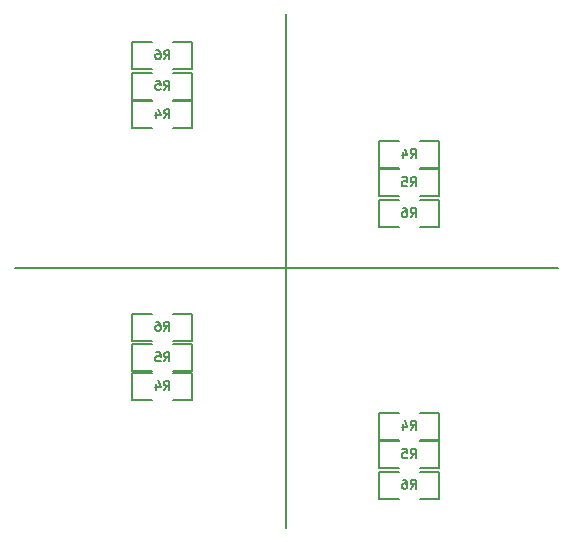
<source format=gbo>
G04 (created by PCBNEW (2013-may-18)-stable) date Сб 21 ноя 2015 22:02:29*
%MOIN*%
G04 Gerber Fmt 3.4, Leading zero omitted, Abs format*
%FSLAX34Y34*%
G01*
G70*
G90*
G04 APERTURE LIST*
%ADD10C,0.00590551*%
%ADD11C,0.00787402*%
%ADD12C,0.005*%
G04 APERTURE END LIST*
G54D10*
G54D11*
X35236Y-14173D02*
X35236Y-31299D01*
X26181Y-22637D02*
X44291Y-22637D01*
G54D12*
X40320Y-29422D02*
X40320Y-30322D01*
X40320Y-30322D02*
X39670Y-30322D01*
X38970Y-29422D02*
X38320Y-29422D01*
X38320Y-29422D02*
X38320Y-30322D01*
X38320Y-30322D02*
X38970Y-30322D01*
X39670Y-29422D02*
X40320Y-29422D01*
X40320Y-28398D02*
X40320Y-29298D01*
X40320Y-29298D02*
X39670Y-29298D01*
X38970Y-28398D02*
X38320Y-28398D01*
X38320Y-28398D02*
X38320Y-29298D01*
X38320Y-29298D02*
X38970Y-29298D01*
X39670Y-28398D02*
X40320Y-28398D01*
X40320Y-27453D02*
X40320Y-28353D01*
X40320Y-28353D02*
X39670Y-28353D01*
X38970Y-27453D02*
X38320Y-27453D01*
X38320Y-27453D02*
X38320Y-28353D01*
X38320Y-28353D02*
X38970Y-28353D01*
X39670Y-27453D02*
X40320Y-27453D01*
X40320Y-18398D02*
X40320Y-19298D01*
X40320Y-19298D02*
X39670Y-19298D01*
X38970Y-18398D02*
X38320Y-18398D01*
X38320Y-18398D02*
X38320Y-19298D01*
X38320Y-19298D02*
X38970Y-19298D01*
X39670Y-18398D02*
X40320Y-18398D01*
X40320Y-19343D02*
X40320Y-20243D01*
X40320Y-20243D02*
X39670Y-20243D01*
X38970Y-19343D02*
X38320Y-19343D01*
X38320Y-19343D02*
X38320Y-20243D01*
X38320Y-20243D02*
X38970Y-20243D01*
X39670Y-19343D02*
X40320Y-19343D01*
X40320Y-20366D02*
X40320Y-21266D01*
X40320Y-21266D02*
X39670Y-21266D01*
X38970Y-20366D02*
X38320Y-20366D01*
X38320Y-20366D02*
X38320Y-21266D01*
X38320Y-21266D02*
X38970Y-21266D01*
X39670Y-20366D02*
X40320Y-20366D01*
X30102Y-25056D02*
X30102Y-24156D01*
X30102Y-24156D02*
X30752Y-24156D01*
X31452Y-25056D02*
X32102Y-25056D01*
X32102Y-25056D02*
X32102Y-24156D01*
X32102Y-24156D02*
X31452Y-24156D01*
X30752Y-25056D02*
X30102Y-25056D01*
X30102Y-26079D02*
X30102Y-25179D01*
X30102Y-25179D02*
X30752Y-25179D01*
X31452Y-26079D02*
X32102Y-26079D01*
X32102Y-26079D02*
X32102Y-25179D01*
X32102Y-25179D02*
X31452Y-25179D01*
X30752Y-26079D02*
X30102Y-26079D01*
X30102Y-27024D02*
X30102Y-26124D01*
X30102Y-26124D02*
X30752Y-26124D01*
X31452Y-27024D02*
X32102Y-27024D01*
X32102Y-27024D02*
X32102Y-26124D01*
X32102Y-26124D02*
X31452Y-26124D01*
X30752Y-27024D02*
X30102Y-27024D01*
X30102Y-17969D02*
X30102Y-17069D01*
X30102Y-17069D02*
X30752Y-17069D01*
X31452Y-17969D02*
X32102Y-17969D01*
X32102Y-17969D02*
X32102Y-17069D01*
X32102Y-17069D02*
X31452Y-17069D01*
X30752Y-17969D02*
X30102Y-17969D01*
X30102Y-17024D02*
X30102Y-16124D01*
X30102Y-16124D02*
X30752Y-16124D01*
X31452Y-17024D02*
X32102Y-17024D01*
X32102Y-17024D02*
X32102Y-16124D01*
X32102Y-16124D02*
X31452Y-16124D01*
X30752Y-17024D02*
X30102Y-17024D01*
X30102Y-16001D02*
X30102Y-15101D01*
X30102Y-15101D02*
X30752Y-15101D01*
X31452Y-16001D02*
X32102Y-16001D01*
X32102Y-16001D02*
X32102Y-15101D01*
X32102Y-15101D02*
X31452Y-15101D01*
X30752Y-16001D02*
X30102Y-16001D01*
X39370Y-29993D02*
X39470Y-29850D01*
X39542Y-29993D02*
X39542Y-29693D01*
X39428Y-29693D01*
X39399Y-29707D01*
X39385Y-29722D01*
X39370Y-29750D01*
X39370Y-29793D01*
X39385Y-29822D01*
X39399Y-29836D01*
X39428Y-29850D01*
X39542Y-29850D01*
X39113Y-29693D02*
X39170Y-29693D01*
X39199Y-29707D01*
X39213Y-29722D01*
X39242Y-29764D01*
X39256Y-29822D01*
X39256Y-29936D01*
X39242Y-29964D01*
X39228Y-29979D01*
X39199Y-29993D01*
X39142Y-29993D01*
X39113Y-29979D01*
X39099Y-29964D01*
X39085Y-29936D01*
X39085Y-29864D01*
X39099Y-29836D01*
X39113Y-29822D01*
X39142Y-29807D01*
X39199Y-29807D01*
X39228Y-29822D01*
X39242Y-29836D01*
X39256Y-29864D01*
X39370Y-28969D02*
X39470Y-28826D01*
X39542Y-28969D02*
X39542Y-28669D01*
X39428Y-28669D01*
X39399Y-28684D01*
X39385Y-28698D01*
X39370Y-28726D01*
X39370Y-28769D01*
X39385Y-28798D01*
X39399Y-28812D01*
X39428Y-28826D01*
X39542Y-28826D01*
X39099Y-28669D02*
X39242Y-28669D01*
X39256Y-28812D01*
X39242Y-28798D01*
X39213Y-28784D01*
X39142Y-28784D01*
X39113Y-28798D01*
X39099Y-28812D01*
X39085Y-28841D01*
X39085Y-28912D01*
X39099Y-28941D01*
X39113Y-28955D01*
X39142Y-28969D01*
X39213Y-28969D01*
X39242Y-28955D01*
X39256Y-28941D01*
X39370Y-28024D02*
X39470Y-27882D01*
X39542Y-28024D02*
X39542Y-27724D01*
X39428Y-27724D01*
X39399Y-27739D01*
X39385Y-27753D01*
X39370Y-27782D01*
X39370Y-27824D01*
X39385Y-27853D01*
X39399Y-27867D01*
X39428Y-27882D01*
X39542Y-27882D01*
X39113Y-27824D02*
X39113Y-28024D01*
X39185Y-27710D02*
X39256Y-27924D01*
X39070Y-27924D01*
X39370Y-18969D02*
X39470Y-18826D01*
X39542Y-18969D02*
X39542Y-18669D01*
X39428Y-18669D01*
X39399Y-18684D01*
X39385Y-18698D01*
X39370Y-18726D01*
X39370Y-18769D01*
X39385Y-18798D01*
X39399Y-18812D01*
X39428Y-18826D01*
X39542Y-18826D01*
X39113Y-18769D02*
X39113Y-18969D01*
X39185Y-18655D02*
X39256Y-18869D01*
X39070Y-18869D01*
X39370Y-19914D02*
X39470Y-19771D01*
X39542Y-19914D02*
X39542Y-19614D01*
X39428Y-19614D01*
X39399Y-19629D01*
X39385Y-19643D01*
X39370Y-19671D01*
X39370Y-19714D01*
X39385Y-19743D01*
X39399Y-19757D01*
X39428Y-19771D01*
X39542Y-19771D01*
X39099Y-19614D02*
X39242Y-19614D01*
X39256Y-19757D01*
X39242Y-19743D01*
X39213Y-19729D01*
X39142Y-19729D01*
X39113Y-19743D01*
X39099Y-19757D01*
X39085Y-19786D01*
X39085Y-19857D01*
X39099Y-19886D01*
X39113Y-19900D01*
X39142Y-19914D01*
X39213Y-19914D01*
X39242Y-19900D01*
X39256Y-19886D01*
X39370Y-20938D02*
X39470Y-20795D01*
X39542Y-20938D02*
X39542Y-20638D01*
X39428Y-20638D01*
X39399Y-20652D01*
X39385Y-20666D01*
X39370Y-20695D01*
X39370Y-20738D01*
X39385Y-20766D01*
X39399Y-20781D01*
X39428Y-20795D01*
X39542Y-20795D01*
X39113Y-20638D02*
X39170Y-20638D01*
X39199Y-20652D01*
X39213Y-20666D01*
X39242Y-20709D01*
X39256Y-20766D01*
X39256Y-20881D01*
X39242Y-20909D01*
X39228Y-20924D01*
X39199Y-20938D01*
X39142Y-20938D01*
X39113Y-20924D01*
X39099Y-20909D01*
X39085Y-20881D01*
X39085Y-20809D01*
X39099Y-20781D01*
X39113Y-20766D01*
X39142Y-20752D01*
X39199Y-20752D01*
X39228Y-20766D01*
X39242Y-20781D01*
X39256Y-20809D01*
X31152Y-24727D02*
X31252Y-24584D01*
X31323Y-24727D02*
X31323Y-24427D01*
X31209Y-24427D01*
X31180Y-24442D01*
X31166Y-24456D01*
X31152Y-24484D01*
X31152Y-24527D01*
X31166Y-24556D01*
X31180Y-24570D01*
X31209Y-24584D01*
X31323Y-24584D01*
X30895Y-24427D02*
X30952Y-24427D01*
X30980Y-24442D01*
X30995Y-24456D01*
X31023Y-24499D01*
X31038Y-24556D01*
X31038Y-24670D01*
X31023Y-24699D01*
X31009Y-24713D01*
X30980Y-24727D01*
X30923Y-24727D01*
X30895Y-24713D01*
X30880Y-24699D01*
X30866Y-24670D01*
X30866Y-24599D01*
X30880Y-24570D01*
X30895Y-24556D01*
X30923Y-24542D01*
X30980Y-24542D01*
X31009Y-24556D01*
X31023Y-24570D01*
X31038Y-24599D01*
X31152Y-25751D02*
X31252Y-25608D01*
X31323Y-25751D02*
X31323Y-25451D01*
X31209Y-25451D01*
X31180Y-25465D01*
X31166Y-25479D01*
X31152Y-25508D01*
X31152Y-25551D01*
X31166Y-25579D01*
X31180Y-25594D01*
X31209Y-25608D01*
X31323Y-25608D01*
X30880Y-25451D02*
X31023Y-25451D01*
X31038Y-25594D01*
X31023Y-25579D01*
X30995Y-25565D01*
X30923Y-25565D01*
X30895Y-25579D01*
X30880Y-25594D01*
X30866Y-25622D01*
X30866Y-25694D01*
X30880Y-25722D01*
X30895Y-25737D01*
X30923Y-25751D01*
X30995Y-25751D01*
X31023Y-25737D01*
X31038Y-25722D01*
X31152Y-26696D02*
X31252Y-26553D01*
X31323Y-26696D02*
X31323Y-26396D01*
X31209Y-26396D01*
X31180Y-26410D01*
X31166Y-26424D01*
X31152Y-26453D01*
X31152Y-26496D01*
X31166Y-26524D01*
X31180Y-26539D01*
X31209Y-26553D01*
X31323Y-26553D01*
X30895Y-26496D02*
X30895Y-26696D01*
X30966Y-26381D02*
X31038Y-26596D01*
X30852Y-26596D01*
X31152Y-17641D02*
X31252Y-17498D01*
X31323Y-17641D02*
X31323Y-17341D01*
X31209Y-17341D01*
X31180Y-17355D01*
X31166Y-17369D01*
X31152Y-17398D01*
X31152Y-17441D01*
X31166Y-17469D01*
X31180Y-17483D01*
X31209Y-17498D01*
X31323Y-17498D01*
X30895Y-17441D02*
X30895Y-17641D01*
X30966Y-17326D02*
X31038Y-17541D01*
X30852Y-17541D01*
X31152Y-16696D02*
X31252Y-16553D01*
X31323Y-16696D02*
X31323Y-16396D01*
X31209Y-16396D01*
X31180Y-16410D01*
X31166Y-16424D01*
X31152Y-16453D01*
X31152Y-16496D01*
X31166Y-16524D01*
X31180Y-16539D01*
X31209Y-16553D01*
X31323Y-16553D01*
X30880Y-16396D02*
X31023Y-16396D01*
X31038Y-16539D01*
X31023Y-16524D01*
X30995Y-16510D01*
X30923Y-16510D01*
X30895Y-16524D01*
X30880Y-16539D01*
X30866Y-16567D01*
X30866Y-16639D01*
X30880Y-16667D01*
X30895Y-16681D01*
X30923Y-16696D01*
X30995Y-16696D01*
X31023Y-16681D01*
X31038Y-16667D01*
X31152Y-15672D02*
X31252Y-15529D01*
X31323Y-15672D02*
X31323Y-15372D01*
X31209Y-15372D01*
X31180Y-15386D01*
X31166Y-15401D01*
X31152Y-15429D01*
X31152Y-15472D01*
X31166Y-15501D01*
X31180Y-15515D01*
X31209Y-15529D01*
X31323Y-15529D01*
X30895Y-15372D02*
X30952Y-15372D01*
X30980Y-15386D01*
X30995Y-15401D01*
X31023Y-15444D01*
X31038Y-15501D01*
X31038Y-15615D01*
X31023Y-15644D01*
X31009Y-15658D01*
X30980Y-15672D01*
X30923Y-15672D01*
X30895Y-15658D01*
X30880Y-15644D01*
X30866Y-15615D01*
X30866Y-15544D01*
X30880Y-15515D01*
X30895Y-15501D01*
X30923Y-15486D01*
X30980Y-15486D01*
X31009Y-15501D01*
X31023Y-15515D01*
X31038Y-15544D01*
M02*

</source>
